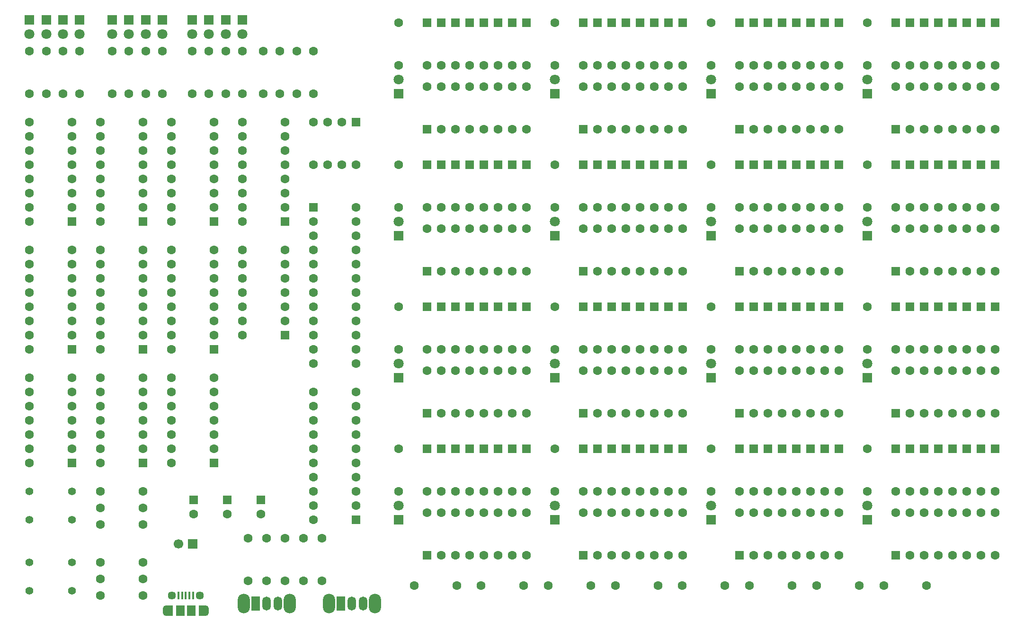
<source format=gbr>
%TF.GenerationSoftware,KiCad,Pcbnew,9.0.5*%
%TF.CreationDate,2025-10-14T21:49:14+01:00*%
%TF.ProjectId,TD4cpu,54443463-7075-42e6-9b69-6361645f7063,rev?*%
%TF.SameCoordinates,Original*%
%TF.FileFunction,Soldermask,Top*%
%TF.FilePolarity,Negative*%
%FSLAX46Y46*%
G04 Gerber Fmt 4.6, Leading zero omitted, Abs format (unit mm)*
G04 Created by KiCad (PCBNEW 9.0.5) date 2025-10-14 21:49:14*
%MOMM*%
%LPD*%
G01*
G04 APERTURE LIST*
G04 Aperture macros list*
%AMRoundRect*
0 Rectangle with rounded corners*
0 $1 Rounding radius*
0 $2 $3 $4 $5 $6 $7 $8 $9 X,Y pos of 4 corners*
0 Add a 4 corners polygon primitive as box body*
4,1,4,$2,$3,$4,$5,$6,$7,$8,$9,$2,$3,0*
0 Add four circle primitives for the rounded corners*
1,1,$1+$1,$2,$3*
1,1,$1+$1,$4,$5*
1,1,$1+$1,$6,$7*
1,1,$1+$1,$8,$9*
0 Add four rect primitives between the rounded corners*
20,1,$1+$1,$2,$3,$4,$5,0*
20,1,$1+$1,$4,$5,$6,$7,0*
20,1,$1+$1,$6,$7,$8,$9,0*
20,1,$1+$1,$8,$9,$2,$3,0*%
G04 Aperture macros list end*
%ADD10RoundRect,0.250000X-0.550000X0.550000X-0.550000X-0.550000X0.550000X-0.550000X0.550000X0.550000X0*%
%ADD11C,1.600000*%
%ADD12R,1.800000X1.800000*%
%ADD13C,1.800000*%
%ADD14O,2.200000X3.500000*%
%ADD15R,1.500000X2.500000*%
%ADD16O,1.500000X2.500000*%
%ADD17RoundRect,0.250000X0.550000X0.550000X-0.550000X0.550000X-0.550000X-0.550000X0.550000X-0.550000X0*%
%ADD18RoundRect,0.250000X0.550000X-0.550000X0.550000X0.550000X-0.550000X0.550000X-0.550000X-0.550000X0*%
%ADD19RoundRect,0.250000X-0.550000X-0.550000X0.550000X-0.550000X0.550000X0.550000X-0.550000X0.550000X0*%
%ADD20C,1.397000*%
%ADD21R,1.700000X1.700000*%
%ADD22C,1.700000*%
%ADD23R,0.400000X1.350000*%
%ADD24O,1.200000X1.900000*%
%ADD25R,1.200000X1.900000*%
%ADD26C,1.450000*%
%ADD27R,1.500000X1.900000*%
G04 APERTURE END LIST*
D10*
%TO.C,D36*%
X208280000Y-53340000D03*
D11*
X208280000Y-60960000D03*
%TD*%
D12*
%TO.C,D142*%
X175260000Y-142240000D03*
D13*
X175260000Y-139700000D03*
%TD*%
D10*
%TO.C,D126*%
X223520000Y-129540000D03*
D11*
X223520000Y-137160000D03*
%TD*%
D10*
%TO.C,D123*%
X182880000Y-129540000D03*
D11*
X182880000Y-137160000D03*
%TD*%
D14*
%TO.C,SW3*%
X91658000Y-157230000D03*
X99858000Y-157230000D03*
D15*
X93758000Y-157230000D03*
D16*
X95758000Y-157230000D03*
X97758000Y-157230000D03*
%TD*%
D10*
%TO.C,D42*%
X129540000Y-78740000D03*
D11*
X129540000Y-86360000D03*
%TD*%
D12*
%TO.C,D145*%
X203200000Y-116840000D03*
D13*
X203200000Y-114300000D03*
%TD*%
D17*
%TO.C,U13*%
X111760000Y-142240000D03*
D11*
X111760000Y-139700000D03*
X111760000Y-137160000D03*
X111760000Y-134620000D03*
X111760000Y-132080000D03*
X111760000Y-129540000D03*
X111760000Y-127000000D03*
X111760000Y-124460000D03*
X111760000Y-121920000D03*
X111760000Y-119380000D03*
X104140000Y-119380000D03*
X104140000Y-121920000D03*
X104140000Y-124460000D03*
X104140000Y-127000000D03*
X104140000Y-129540000D03*
X104140000Y-132080000D03*
X104140000Y-134620000D03*
X104140000Y-137160000D03*
X104140000Y-139700000D03*
X104140000Y-142240000D03*
%TD*%
D17*
%TO.C,U3*%
X86360000Y-132080000D03*
D11*
X86360000Y-129540000D03*
X86360000Y-127000000D03*
X86360000Y-124460000D03*
X86360000Y-121920000D03*
X86360000Y-119380000D03*
X86360000Y-116840000D03*
X78740000Y-116840000D03*
X78740000Y-119380000D03*
X78740000Y-121920000D03*
X78740000Y-124460000D03*
X78740000Y-127000000D03*
X78740000Y-129540000D03*
X78740000Y-132080000D03*
%TD*%
D17*
%TO.C,U7*%
X99060000Y-109220000D03*
D11*
X99060000Y-106680000D03*
X99060000Y-104140000D03*
X99060000Y-101600000D03*
X99060000Y-99060000D03*
X99060000Y-96520000D03*
X99060000Y-93980000D03*
X91440000Y-93980000D03*
X91440000Y-96520000D03*
X91440000Y-99060000D03*
X91440000Y-101600000D03*
X91440000Y-104140000D03*
X91440000Y-106680000D03*
X91440000Y-109220000D03*
%TD*%
D14*
%TO.C,SW4*%
X106898000Y-157230000D03*
X115098000Y-157230000D03*
D15*
X108998000Y-157230000D03*
D16*
X110998000Y-157230000D03*
X112998000Y-157230000D03*
%TD*%
D10*
%TO.C,D62*%
X223520000Y-78740000D03*
D11*
X223520000Y-86360000D03*
%TD*%
D17*
%TO.C,U10*%
X73660000Y-132080000D03*
D11*
X73660000Y-129540000D03*
X73660000Y-127000000D03*
X73660000Y-124460000D03*
X73660000Y-121920000D03*
X73660000Y-119380000D03*
X73660000Y-116840000D03*
X66040000Y-116840000D03*
X66040000Y-119380000D03*
X66040000Y-121920000D03*
X66040000Y-124460000D03*
X66040000Y-127000000D03*
X66040000Y-129540000D03*
X66040000Y-132080000D03*
%TD*%
D10*
%TO.C,D25*%
X187960000Y-53340000D03*
D11*
X187960000Y-60960000D03*
%TD*%
D10*
%TO.C,D40*%
X134620000Y-78740000D03*
D11*
X134620000Y-86360000D03*
%TD*%
%TO.C,R26*%
X194120000Y-154020000D03*
X201740000Y-154020000D03*
%TD*%
D12*
%TO.C,D141*%
X203200000Y-142240000D03*
D13*
X203200000Y-139700000D03*
%TD*%
D10*
%TO.C,D129*%
X215900000Y-129540000D03*
D11*
X215900000Y-137160000D03*
%TD*%
%TO.C,R21*%
X134120000Y-154020000D03*
X141740000Y-154020000D03*
%TD*%
%TO.C,R1*%
X66040000Y-137160000D03*
X73660000Y-137160000D03*
%TD*%
%TO.C,R4*%
X66040000Y-152860000D03*
X73660000Y-152860000D03*
%TD*%
%TO.C,R41*%
X175260000Y-104140000D03*
X175260000Y-111760000D03*
%TD*%
D10*
%TO.C,D17*%
X160020000Y-53340000D03*
D11*
X160020000Y-60960000D03*
%TD*%
D10*
%TO.C,D120*%
X190500000Y-129540000D03*
D11*
X190500000Y-137160000D03*
%TD*%
D10*
%TO.C,D108*%
X124460000Y-129540000D03*
D11*
X124460000Y-137160000D03*
%TD*%
D10*
%TO.C,D72*%
X134620000Y-104140000D03*
D11*
X134620000Y-111760000D03*
%TD*%
D10*
%TO.C,D124*%
X180340000Y-129540000D03*
D11*
X180340000Y-137160000D03*
%TD*%
D10*
%TO.C,D27*%
X182880000Y-53340000D03*
D11*
X182880000Y-60960000D03*
%TD*%
D10*
%TO.C,D60*%
X180340000Y-78740000D03*
D11*
X180340000Y-86360000D03*
%TD*%
D10*
%TO.C,D106*%
X129540000Y-129540000D03*
D11*
X129540000Y-137160000D03*
%TD*%
D10*
%TO.C,D75*%
X127000000Y-104140000D03*
D11*
X127000000Y-111760000D03*
%TD*%
D12*
%TO.C,D4*%
X82440000Y-52880000D03*
D13*
X82440000Y-55420000D03*
%TD*%
D10*
%TO.C,D45*%
X170180000Y-78740000D03*
D11*
X170180000Y-86360000D03*
%TD*%
D18*
%TO.C,SW18*%
X124460000Y-148590000D03*
D11*
X127000000Y-148590000D03*
X129540000Y-148590000D03*
X132080000Y-148590000D03*
X134620000Y-148590000D03*
X137160000Y-148590000D03*
X139700000Y-148590000D03*
X142240000Y-148590000D03*
X142240000Y-140970000D03*
X139700000Y-140970000D03*
X137160000Y-140970000D03*
X134620000Y-140970000D03*
X132080000Y-140970000D03*
X129540000Y-140970000D03*
X127000000Y-140970000D03*
X124460000Y-140970000D03*
%TD*%
D10*
%TO.C,D71*%
X137160000Y-104140000D03*
D11*
X137160000Y-111760000D03*
%TD*%
D10*
%TO.C,D31*%
X220980000Y-53340000D03*
D11*
X220980000Y-60960000D03*
%TD*%
D10*
%TO.C,D119*%
X193040000Y-129540000D03*
D11*
X193040000Y-137160000D03*
%TD*%
D10*
%TO.C,D46*%
X167640000Y-78740000D03*
D11*
X167640000Y-86360000D03*
%TD*%
D18*
%TO.C,SW14*%
X124460000Y-123190000D03*
D11*
X127000000Y-123190000D03*
X129540000Y-123190000D03*
X132080000Y-123190000D03*
X134620000Y-123190000D03*
X137160000Y-123190000D03*
X139700000Y-123190000D03*
X142240000Y-123190000D03*
X142240000Y-115570000D03*
X139700000Y-115570000D03*
X137160000Y-115570000D03*
X134620000Y-115570000D03*
X132080000Y-115570000D03*
X129540000Y-115570000D03*
X127000000Y-115570000D03*
X124460000Y-115570000D03*
%TD*%
%TO.C,R47*%
X119380000Y-78740000D03*
X119380000Y-86360000D03*
%TD*%
%TO.C,R24*%
X170120000Y-154020000D03*
X177740000Y-154020000D03*
%TD*%
D10*
%TO.C,D86*%
X195580000Y-104140000D03*
D11*
X195580000Y-111760000D03*
%TD*%
D10*
%TO.C,D117*%
X198120000Y-129540000D03*
D11*
X198120000Y-137160000D03*
%TD*%
D17*
%TO.C,U2*%
X86360000Y-88900000D03*
D11*
X86360000Y-86360000D03*
X86360000Y-83820000D03*
X86360000Y-81280000D03*
X86360000Y-78740000D03*
X86360000Y-76200000D03*
X86360000Y-73660000D03*
X86360000Y-71120000D03*
X78740000Y-71120000D03*
X78740000Y-73660000D03*
X78740000Y-76200000D03*
X78740000Y-78740000D03*
X78740000Y-81280000D03*
X78740000Y-83820000D03*
X78740000Y-86360000D03*
X78740000Y-88900000D03*
%TD*%
D10*
%TO.C,D121*%
X187960000Y-129540000D03*
D11*
X187960000Y-137160000D03*
%TD*%
D10*
%TO.C,D114*%
X157480000Y-129540000D03*
D11*
X157480000Y-137160000D03*
%TD*%
D10*
%TO.C,D128*%
X218440000Y-129540000D03*
D11*
X218440000Y-137160000D03*
%TD*%
D10*
%TO.C,D113*%
X160020000Y-129540000D03*
D11*
X160020000Y-137160000D03*
%TD*%
D10*
%TO.C,D97*%
X215900000Y-104140000D03*
D11*
X215900000Y-111760000D03*
%TD*%
D10*
%TO.C,D61*%
X226060000Y-78740000D03*
D11*
X226060000Y-86360000D03*
%TD*%
D10*
%TO.C,D8*%
X134620000Y-53340000D03*
D11*
X134620000Y-60960000D03*
%TD*%
D12*
%TO.C,D133*%
X53340000Y-52880000D03*
D13*
X53340000Y-55420000D03*
%TD*%
D10*
%TO.C,D11*%
X127000000Y-53340000D03*
D11*
X127000000Y-60960000D03*
%TD*%
%TO.C,R20*%
X122120000Y-154020000D03*
X129740000Y-154020000D03*
%TD*%
D10*
%TO.C,D96*%
X218440000Y-104140000D03*
D11*
X218440000Y-111760000D03*
%TD*%
D10*
%TO.C,D57*%
X187960000Y-78740000D03*
D11*
X187960000Y-86360000D03*
%TD*%
%TO.C,R19*%
X104140000Y-66040000D03*
X104140000Y-58420000D03*
%TD*%
D18*
%TO.C,SW20*%
X180340000Y-148590000D03*
D11*
X182880000Y-148590000D03*
X185420000Y-148590000D03*
X187960000Y-148590000D03*
X190500000Y-148590000D03*
X193040000Y-148590000D03*
X195580000Y-148590000D03*
X198120000Y-148590000D03*
X198120000Y-140970000D03*
X195580000Y-140970000D03*
X193040000Y-140970000D03*
X190500000Y-140970000D03*
X187960000Y-140970000D03*
X185420000Y-140970000D03*
X182880000Y-140970000D03*
X180340000Y-140970000D03*
%TD*%
D12*
%TO.C,D147*%
X147320000Y-116840000D03*
D13*
X147320000Y-114300000D03*
%TD*%
D12*
%TO.C,D2*%
X88440000Y-52880000D03*
D13*
X88440000Y-55420000D03*
%TD*%
D18*
%TO.C,SW6*%
X124460000Y-72390000D03*
D11*
X127000000Y-72390000D03*
X129540000Y-72390000D03*
X132080000Y-72390000D03*
X134620000Y-72390000D03*
X137160000Y-72390000D03*
X139700000Y-72390000D03*
X142240000Y-72390000D03*
X142240000Y-64770000D03*
X139700000Y-64770000D03*
X137160000Y-64770000D03*
X134620000Y-64770000D03*
X132080000Y-64770000D03*
X129540000Y-64770000D03*
X127000000Y-64770000D03*
X124460000Y-64770000D03*
%TD*%
D10*
%TO.C,D56*%
X190500000Y-78740000D03*
D11*
X190500000Y-86360000D03*
%TD*%
%TO.C,R35*%
X77120000Y-66040000D03*
X77120000Y-58420000D03*
%TD*%
D19*
%TO.C,U12*%
X104140000Y-86360000D03*
D11*
X104140000Y-88900000D03*
X104140000Y-91440000D03*
X104140000Y-93980000D03*
X104140000Y-96520000D03*
X104140000Y-99060000D03*
X104140000Y-101600000D03*
X104140000Y-104140000D03*
X104140000Y-106680000D03*
X104140000Y-109220000D03*
X104140000Y-111760000D03*
X104140000Y-114300000D03*
X111760000Y-114300000D03*
X111760000Y-111760000D03*
X111760000Y-109220000D03*
X111760000Y-106680000D03*
X111760000Y-104140000D03*
X111760000Y-101600000D03*
X111760000Y-99060000D03*
X111760000Y-96520000D03*
X111760000Y-93980000D03*
X111760000Y-91440000D03*
X111760000Y-88900000D03*
X111760000Y-86360000D03*
%TD*%
D10*
%TO.C,D122*%
X185420000Y-129540000D03*
D11*
X185420000Y-137160000D03*
%TD*%
D10*
%TO.C,D102*%
X139700000Y-129540000D03*
D11*
X139700000Y-137160000D03*
%TD*%
%TO.C,R14*%
X88440000Y-66040000D03*
X88440000Y-58420000D03*
%TD*%
D10*
%TO.C,D55*%
X193040000Y-78740000D03*
D11*
X193040000Y-86360000D03*
%TD*%
D12*
%TO.C,D151*%
X147320000Y-91440000D03*
D13*
X147320000Y-88900000D03*
%TD*%
D18*
%TO.C,SW17*%
X208280000Y-123190000D03*
D11*
X210820000Y-123190000D03*
X213360000Y-123190000D03*
X215900000Y-123190000D03*
X218440000Y-123190000D03*
X220980000Y-123190000D03*
X223520000Y-123190000D03*
X226060000Y-123190000D03*
X226060000Y-115570000D03*
X223520000Y-115570000D03*
X220980000Y-115570000D03*
X218440000Y-115570000D03*
X215900000Y-115570000D03*
X213360000Y-115570000D03*
X210820000Y-115570000D03*
X208280000Y-115570000D03*
%TD*%
D10*
%TO.C,D132*%
X208280000Y-129540000D03*
D11*
X208280000Y-137160000D03*
%TD*%
D10*
%TO.C,D20*%
X152400000Y-53340000D03*
D11*
X152400000Y-60960000D03*
%TD*%
D10*
%TO.C,D99*%
X210820000Y-104140000D03*
D11*
X210820000Y-111760000D03*
%TD*%
D10*
%TO.C,D5*%
X142240000Y-53340000D03*
D11*
X142240000Y-60960000D03*
%TD*%
D12*
%TO.C,D143*%
X147320000Y-142240000D03*
D13*
X147320000Y-139700000D03*
%TD*%
D10*
%TO.C,D66*%
X213360000Y-78740000D03*
D11*
X213360000Y-86360000D03*
%TD*%
%TO.C,R42*%
X147320000Y-104140000D03*
X147320000Y-111760000D03*
%TD*%
D10*
%TO.C,D101*%
X142240000Y-129540000D03*
D11*
X142240000Y-137160000D03*
%TD*%
D17*
%TO.C,U8*%
X60960000Y-111760000D03*
D11*
X60960000Y-109220000D03*
X60960000Y-106680000D03*
X60960000Y-104140000D03*
X60960000Y-101600000D03*
X60960000Y-99060000D03*
X60960000Y-96520000D03*
X60960000Y-93980000D03*
X53340000Y-93980000D03*
X53340000Y-96520000D03*
X53340000Y-99060000D03*
X53340000Y-101600000D03*
X53340000Y-104140000D03*
X53340000Y-106680000D03*
X53340000Y-109220000D03*
X53340000Y-111760000D03*
%TD*%
D18*
%TO.C,SW11*%
X152400000Y-97790000D03*
D11*
X154940000Y-97790000D03*
X157480000Y-97790000D03*
X160020000Y-97790000D03*
X162560000Y-97790000D03*
X165100000Y-97790000D03*
X167640000Y-97790000D03*
X170180000Y-97790000D03*
X170180000Y-90170000D03*
X167640000Y-90170000D03*
X165100000Y-90170000D03*
X162560000Y-90170000D03*
X160020000Y-90170000D03*
X157480000Y-90170000D03*
X154940000Y-90170000D03*
X152400000Y-90170000D03*
%TD*%
D20*
%TO.C,SW2*%
X53340000Y-149860000D03*
X60960000Y-149860000D03*
X53340000Y-154940000D03*
X60960000Y-154940000D03*
%TD*%
D17*
%TO.C,U5*%
X99060000Y-88900000D03*
D11*
X99060000Y-86360000D03*
X99060000Y-83820000D03*
X99060000Y-81280000D03*
X99060000Y-78740000D03*
X99060000Y-76200000D03*
X99060000Y-73660000D03*
X99060000Y-71120000D03*
X91440000Y-71120000D03*
X91440000Y-73660000D03*
X91440000Y-76200000D03*
X91440000Y-78740000D03*
X91440000Y-81280000D03*
X91440000Y-83820000D03*
X91440000Y-86360000D03*
X91440000Y-88900000D03*
%TD*%
D10*
%TO.C,D131*%
X210820000Y-129540000D03*
D11*
X210820000Y-137160000D03*
%TD*%
%TO.C,R43*%
X119380000Y-104140000D03*
X119380000Y-111760000D03*
%TD*%
D18*
%TO.C,SW15*%
X152400000Y-123190000D03*
D11*
X154940000Y-123190000D03*
X157480000Y-123190000D03*
X160020000Y-123190000D03*
X162560000Y-123190000D03*
X165100000Y-123190000D03*
X167640000Y-123190000D03*
X170180000Y-123190000D03*
X170180000Y-115570000D03*
X167640000Y-115570000D03*
X165100000Y-115570000D03*
X162560000Y-115570000D03*
X160020000Y-115570000D03*
X157480000Y-115570000D03*
X154940000Y-115570000D03*
X152400000Y-115570000D03*
%TD*%
%TO.C,R33*%
X71120000Y-66040000D03*
X71120000Y-58420000D03*
%TD*%
D12*
%TO.C,D136*%
X62340000Y-52880000D03*
D13*
X62340000Y-55420000D03*
%TD*%
D12*
%TO.C,D153*%
X203200000Y-66040000D03*
D13*
X203200000Y-63500000D03*
%TD*%
D10*
%TO.C,D24*%
X190500000Y-53340000D03*
D11*
X190500000Y-60960000D03*
%TD*%
D18*
%TO.C,SW9*%
X208280000Y-72390000D03*
D11*
X210820000Y-72390000D03*
X213360000Y-72390000D03*
X215900000Y-72390000D03*
X218440000Y-72390000D03*
X220980000Y-72390000D03*
X223520000Y-72390000D03*
X226060000Y-72390000D03*
X226060000Y-64770000D03*
X223520000Y-64770000D03*
X220980000Y-64770000D03*
X218440000Y-64770000D03*
X215900000Y-64770000D03*
X213360000Y-64770000D03*
X210820000Y-64770000D03*
X208280000Y-64770000D03*
%TD*%
%TO.C,R8*%
X99060000Y-153162000D03*
X99060000Y-145542000D03*
%TD*%
D18*
%TO.C,SW16*%
X180340000Y-123190000D03*
D11*
X182880000Y-123190000D03*
X185420000Y-123190000D03*
X187960000Y-123190000D03*
X190500000Y-123190000D03*
X193040000Y-123190000D03*
X195580000Y-123190000D03*
X198120000Y-123190000D03*
X198120000Y-115570000D03*
X195580000Y-115570000D03*
X193040000Y-115570000D03*
X190500000Y-115570000D03*
X187960000Y-115570000D03*
X185420000Y-115570000D03*
X182880000Y-115570000D03*
X180340000Y-115570000D03*
%TD*%
D10*
%TO.C,D70*%
X139700000Y-104140000D03*
D11*
X139700000Y-111760000D03*
%TD*%
D10*
%TO.C,D95*%
X220980000Y-104140000D03*
D11*
X220980000Y-111760000D03*
%TD*%
%TO.C,R17*%
X98140000Y-66040000D03*
X98140000Y-58420000D03*
%TD*%
%TO.C,R12*%
X82440000Y-66040000D03*
X82440000Y-58420000D03*
%TD*%
D10*
%TO.C,C2*%
X82742000Y-138748888D03*
D11*
X82742000Y-141248888D03*
%TD*%
D21*
%TO.C,J2*%
X82555000Y-146558000D03*
D22*
X80015000Y-146558000D03*
%TD*%
D10*
%TO.C,D98*%
X213360000Y-104140000D03*
D11*
X213360000Y-111760000D03*
%TD*%
D12*
%TO.C,D138*%
X71120000Y-52880000D03*
D13*
X71120000Y-55420000D03*
%TD*%
D10*
%TO.C,D6*%
X139700000Y-53340000D03*
D11*
X139700000Y-60960000D03*
%TD*%
D10*
%TO.C,D44*%
X124460000Y-78740000D03*
D11*
X124460000Y-86360000D03*
%TD*%
D17*
%TO.C,U4*%
X73660000Y-88900000D03*
D11*
X73660000Y-86360000D03*
X73660000Y-83820000D03*
X73660000Y-81280000D03*
X73660000Y-78740000D03*
X73660000Y-76200000D03*
X73660000Y-73660000D03*
X73660000Y-71120000D03*
X66040000Y-71120000D03*
X66040000Y-73660000D03*
X66040000Y-76200000D03*
X66040000Y-78740000D03*
X66040000Y-81280000D03*
X66040000Y-83820000D03*
X66040000Y-86360000D03*
X66040000Y-88900000D03*
%TD*%
D10*
%TO.C,D104*%
X134620000Y-129540000D03*
D11*
X134620000Y-137160000D03*
%TD*%
%TO.C,R15*%
X91440000Y-66040000D03*
X91440000Y-58420000D03*
%TD*%
D10*
%TO.C,D63*%
X220980000Y-78740000D03*
D11*
X220980000Y-86360000D03*
%TD*%
D10*
%TO.C,D34*%
X213360000Y-53340000D03*
D11*
X213360000Y-60960000D03*
%TD*%
D12*
%TO.C,D3*%
X85440000Y-52880000D03*
D13*
X85440000Y-55420000D03*
%TD*%
D10*
%TO.C,D52*%
X152400000Y-78740000D03*
D11*
X152400000Y-86360000D03*
%TD*%
D10*
%TO.C,D67*%
X210820000Y-78740000D03*
D11*
X210820000Y-86360000D03*
%TD*%
D12*
%TO.C,D137*%
X68120000Y-52880000D03*
D13*
X68120000Y-55420000D03*
%TD*%
D18*
%TO.C,SW7*%
X152400000Y-72390000D03*
D11*
X154940000Y-72390000D03*
X157480000Y-72390000D03*
X160020000Y-72390000D03*
X162560000Y-72390000D03*
X165100000Y-72390000D03*
X167640000Y-72390000D03*
X170180000Y-72390000D03*
X170180000Y-64770000D03*
X167640000Y-64770000D03*
X165100000Y-64770000D03*
X162560000Y-64770000D03*
X160020000Y-64770000D03*
X157480000Y-64770000D03*
X154940000Y-64770000D03*
X152400000Y-64770000D03*
%TD*%
D10*
%TO.C,D18*%
X157480000Y-53340000D03*
D11*
X157480000Y-60960000D03*
%TD*%
D10*
%TO.C,D33*%
X215900000Y-53340000D03*
D11*
X215900000Y-60960000D03*
%TD*%
D10*
%TO.C,D85*%
X198120000Y-104140000D03*
D11*
X198120000Y-111760000D03*
%TD*%
D12*
%TO.C,D140*%
X77120000Y-52880000D03*
D13*
X77120000Y-55420000D03*
%TD*%
D10*
%TO.C,D48*%
X162560000Y-78740000D03*
D11*
X162560000Y-86360000D03*
%TD*%
D10*
%TO.C,D21*%
X198120000Y-53340000D03*
D11*
X198120000Y-60960000D03*
%TD*%
D10*
%TO.C,D115*%
X154940000Y-129540000D03*
D11*
X154940000Y-137160000D03*
%TD*%
D10*
%TO.C,D127*%
X220980000Y-129540000D03*
D11*
X220980000Y-137160000D03*
%TD*%
%TO.C,R50*%
X147320000Y-53340000D03*
X147320000Y-60960000D03*
%TD*%
%TO.C,R25*%
X182120000Y-154020000D03*
X189740000Y-154020000D03*
%TD*%
D18*
%TO.C,SW8*%
X180340000Y-72390000D03*
D11*
X182880000Y-72390000D03*
X185420000Y-72390000D03*
X187960000Y-72390000D03*
X190500000Y-72390000D03*
X193040000Y-72390000D03*
X195580000Y-72390000D03*
X198120000Y-72390000D03*
X198120000Y-64770000D03*
X195580000Y-64770000D03*
X193040000Y-64770000D03*
X190500000Y-64770000D03*
X187960000Y-64770000D03*
X185420000Y-64770000D03*
X182880000Y-64770000D03*
X180340000Y-64770000D03*
%TD*%
D10*
%TO.C,D81*%
X160020000Y-104140000D03*
D11*
X160020000Y-111760000D03*
%TD*%
D10*
%TO.C,D10*%
X129540000Y-53340000D03*
D11*
X129540000Y-60960000D03*
%TD*%
D17*
%TO.C,U11*%
X86360000Y-111760000D03*
D11*
X86360000Y-109220000D03*
X86360000Y-106680000D03*
X86360000Y-104140000D03*
X86360000Y-101600000D03*
X86360000Y-99060000D03*
X86360000Y-96520000D03*
X86360000Y-93980000D03*
X78740000Y-93980000D03*
X78740000Y-96520000D03*
X78740000Y-99060000D03*
X78740000Y-101600000D03*
X78740000Y-104140000D03*
X78740000Y-106680000D03*
X78740000Y-109220000D03*
X78740000Y-111760000D03*
%TD*%
%TO.C,R36*%
X203200000Y-129540000D03*
X203200000Y-137160000D03*
%TD*%
D10*
%TO.C,D39*%
X137160000Y-78740000D03*
D11*
X137160000Y-86360000D03*
%TD*%
D10*
%TO.C,D116*%
X152400000Y-129540000D03*
D11*
X152400000Y-137160000D03*
%TD*%
D10*
%TO.C,D58*%
X185420000Y-78740000D03*
D11*
X185420000Y-86360000D03*
%TD*%
D10*
%TO.C,D15*%
X165100000Y-53340000D03*
D11*
X165100000Y-60960000D03*
%TD*%
D10*
%TO.C,D38*%
X139700000Y-78740000D03*
D11*
X139700000Y-86360000D03*
%TD*%
D10*
%TO.C,D53*%
X198120000Y-78740000D03*
D11*
X198120000Y-86360000D03*
%TD*%
D10*
%TO.C,D37*%
X142240000Y-78740000D03*
D11*
X142240000Y-86360000D03*
%TD*%
D10*
%TO.C,D47*%
X165100000Y-78740000D03*
D11*
X165100000Y-86360000D03*
%TD*%
D10*
%TO.C,D82*%
X157480000Y-104140000D03*
D11*
X157480000Y-111760000D03*
%TD*%
%TO.C,R6*%
X95758000Y-153162000D03*
X95758000Y-145542000D03*
%TD*%
D10*
%TO.C,D16*%
X162560000Y-53340000D03*
D11*
X162560000Y-60960000D03*
%TD*%
D10*
%TO.C,D68*%
X208280000Y-78740000D03*
D11*
X208280000Y-86360000D03*
%TD*%
D10*
%TO.C,D93*%
X226060000Y-104140000D03*
D11*
X226060000Y-111760000D03*
%TD*%
D12*
%TO.C,D156*%
X119380000Y-66040000D03*
D13*
X119380000Y-63500000D03*
%TD*%
D10*
%TO.C,D35*%
X210820000Y-53340000D03*
D11*
X210820000Y-60960000D03*
%TD*%
D12*
%TO.C,D154*%
X175260000Y-66040000D03*
D13*
X175260000Y-63500000D03*
%TD*%
D11*
%TO.C,R49*%
X175260000Y-53340000D03*
X175260000Y-60960000D03*
%TD*%
D10*
%TO.C,D87*%
X193040000Y-104140000D03*
D11*
X193040000Y-111760000D03*
%TD*%
D10*
%TO.C,C3*%
X94742000Y-138748888D03*
D11*
X94742000Y-141248888D03*
%TD*%
%TO.C,R3*%
X66040000Y-140160000D03*
X73660000Y-140160000D03*
%TD*%
D10*
%TO.C,D51*%
X154940000Y-78740000D03*
D11*
X154940000Y-86360000D03*
%TD*%
D10*
%TO.C,D14*%
X167640000Y-53340000D03*
D11*
X167640000Y-60960000D03*
%TD*%
D10*
%TO.C,D79*%
X165100000Y-104140000D03*
D11*
X165100000Y-111760000D03*
%TD*%
%TO.C,R5*%
X66040000Y-143160000D03*
X73660000Y-143160000D03*
%TD*%
D10*
%TO.C,D12*%
X124460000Y-53340000D03*
D11*
X124460000Y-60960000D03*
%TD*%
%TO.C,R16*%
X95140000Y-66040000D03*
X95140000Y-58420000D03*
%TD*%
D10*
%TO.C,D13*%
X170180000Y-53340000D03*
D11*
X170180000Y-60960000D03*
%TD*%
D10*
%TO.C,D64*%
X218440000Y-78740000D03*
D11*
X218440000Y-86360000D03*
%TD*%
D10*
%TO.C,D76*%
X124460000Y-104140000D03*
D11*
X124460000Y-111760000D03*
%TD*%
D10*
%TO.C,D69*%
X142240000Y-104140000D03*
D11*
X142240000Y-111760000D03*
%TD*%
D12*
%TO.C,D1*%
X91440000Y-52880000D03*
D13*
X91440000Y-55420000D03*
%TD*%
D12*
%TO.C,D155*%
X147320000Y-66040000D03*
D13*
X147320000Y-63500000D03*
%TD*%
D10*
%TO.C,D78*%
X167640000Y-104140000D03*
D11*
X167640000Y-111760000D03*
%TD*%
D10*
%TO.C,D130*%
X213360000Y-129540000D03*
D11*
X213360000Y-137160000D03*
%TD*%
D12*
%TO.C,D149*%
X203200000Y-91440000D03*
D13*
X203200000Y-88900000D03*
%TD*%
D10*
%TO.C,D80*%
X162560000Y-104140000D03*
D11*
X162560000Y-111760000D03*
%TD*%
D12*
%TO.C,D144*%
X119380000Y-142240000D03*
D13*
X119380000Y-139700000D03*
%TD*%
D10*
%TO.C,C1*%
X88742000Y-138748888D03*
D11*
X88742000Y-141248888D03*
%TD*%
D10*
%TO.C,D94*%
X223520000Y-104140000D03*
D11*
X223520000Y-111760000D03*
%TD*%
%TO.C,R28*%
X53340000Y-66040000D03*
X53340000Y-58420000D03*
%TD*%
%TO.C,R11*%
X105664000Y-145542000D03*
X105664000Y-153162000D03*
%TD*%
%TO.C,R9*%
X92456000Y-153162000D03*
X92456000Y-145542000D03*
%TD*%
%TO.C,R30*%
X59340000Y-66040000D03*
X59340000Y-58420000D03*
%TD*%
D18*
%TO.C,SW13*%
X208280000Y-97790000D03*
D11*
X210820000Y-97790000D03*
X213360000Y-97790000D03*
X215900000Y-97790000D03*
X218440000Y-97790000D03*
X220980000Y-97790000D03*
X223520000Y-97790000D03*
X226060000Y-97790000D03*
X226060000Y-90170000D03*
X223520000Y-90170000D03*
X220980000Y-90170000D03*
X218440000Y-90170000D03*
X215900000Y-90170000D03*
X213360000Y-90170000D03*
X210820000Y-90170000D03*
X208280000Y-90170000D03*
%TD*%
D18*
%TO.C,SW21*%
X208280000Y-148590000D03*
D11*
X210820000Y-148590000D03*
X213360000Y-148590000D03*
X215900000Y-148590000D03*
X218440000Y-148590000D03*
X220980000Y-148590000D03*
X223520000Y-148590000D03*
X226060000Y-148590000D03*
X226060000Y-140970000D03*
X223520000Y-140970000D03*
X220980000Y-140970000D03*
X218440000Y-140970000D03*
X215900000Y-140970000D03*
X213360000Y-140970000D03*
X210820000Y-140970000D03*
X208280000Y-140970000D03*
%TD*%
%TO.C,R10*%
X102362000Y-145542000D03*
X102362000Y-153162000D03*
%TD*%
D10*
%TO.C,D89*%
X187960000Y-104140000D03*
D11*
X187960000Y-111760000D03*
%TD*%
%TO.C,R2*%
X66040000Y-155860000D03*
X73660000Y-155860000D03*
%TD*%
%TO.C,R46*%
X147320000Y-78740000D03*
X147320000Y-86360000D03*
%TD*%
%TO.C,R34*%
X74120000Y-66040000D03*
X74120000Y-58420000D03*
%TD*%
D10*
%TO.C,D103*%
X137160000Y-129540000D03*
D11*
X137160000Y-137160000D03*
%TD*%
D17*
%TO.C,U9*%
X73660000Y-111760000D03*
D11*
X73660000Y-109220000D03*
X73660000Y-106680000D03*
X73660000Y-104140000D03*
X73660000Y-101600000D03*
X73660000Y-99060000D03*
X73660000Y-96520000D03*
X73660000Y-93980000D03*
X66040000Y-93980000D03*
X66040000Y-96520000D03*
X66040000Y-99060000D03*
X66040000Y-101600000D03*
X66040000Y-104140000D03*
X66040000Y-106680000D03*
X66040000Y-109220000D03*
X66040000Y-111760000D03*
%TD*%
%TO.C,R51*%
X119380000Y-53340000D03*
X119380000Y-60960000D03*
%TD*%
D17*
%TO.C,U1*%
X60960000Y-88900000D03*
D11*
X60960000Y-86360000D03*
X60960000Y-83820000D03*
X60960000Y-81280000D03*
X60960000Y-78740000D03*
X60960000Y-76200000D03*
X60960000Y-73660000D03*
X60960000Y-71120000D03*
X53340000Y-71120000D03*
X53340000Y-73660000D03*
X53340000Y-76200000D03*
X53340000Y-78740000D03*
X53340000Y-81280000D03*
X53340000Y-83820000D03*
X53340000Y-86360000D03*
X53340000Y-88900000D03*
%TD*%
D10*
%TO.C,D107*%
X127000000Y-129540000D03*
D11*
X127000000Y-137160000D03*
%TD*%
D10*
%TO.C,D7*%
X137160000Y-53340000D03*
D11*
X137160000Y-60960000D03*
%TD*%
D10*
%TO.C,D22*%
X195580000Y-53340000D03*
D11*
X195580000Y-60960000D03*
%TD*%
D10*
%TO.C,D110*%
X167640000Y-129540000D03*
D11*
X167640000Y-137160000D03*
%TD*%
%TO.C,R38*%
X147320000Y-129540000D03*
X147320000Y-137160000D03*
%TD*%
D10*
%TO.C,D41*%
X132080000Y-78740000D03*
D11*
X132080000Y-86360000D03*
%TD*%
%TO.C,R39*%
X119380000Y-129540000D03*
X119380000Y-137160000D03*
%TD*%
D17*
%TO.C,U6*%
X60960000Y-132080000D03*
D11*
X60960000Y-129540000D03*
X60960000Y-127000000D03*
X60960000Y-124460000D03*
X60960000Y-121920000D03*
X60960000Y-119380000D03*
X60960000Y-116840000D03*
X53340000Y-116840000D03*
X53340000Y-119380000D03*
X53340000Y-121920000D03*
X53340000Y-124460000D03*
X53340000Y-127000000D03*
X53340000Y-129540000D03*
X53340000Y-132080000D03*
%TD*%
D10*
%TO.C,D29*%
X226060000Y-53340000D03*
D11*
X226060000Y-60960000D03*
%TD*%
D18*
%TO.C,SW19*%
X152400000Y-148590000D03*
D11*
X154940000Y-148590000D03*
X157480000Y-148590000D03*
X160020000Y-148590000D03*
X162560000Y-148590000D03*
X165100000Y-148590000D03*
X167640000Y-148590000D03*
X170180000Y-148590000D03*
X170180000Y-140970000D03*
X167640000Y-140970000D03*
X165100000Y-140970000D03*
X162560000Y-140970000D03*
X160020000Y-140970000D03*
X157480000Y-140970000D03*
X154940000Y-140970000D03*
X152400000Y-140970000D03*
%TD*%
D12*
%TO.C,D150*%
X175260000Y-91440000D03*
D13*
X175260000Y-88900000D03*
%TD*%
D20*
%TO.C,SW1*%
X53340000Y-137160000D03*
X60960000Y-137160000D03*
X53340000Y-142240000D03*
X60960000Y-142240000D03*
%TD*%
D10*
%TO.C,D77*%
X170180000Y-104140000D03*
D11*
X170180000Y-111760000D03*
%TD*%
D10*
%TO.C,SW5*%
X111760000Y-71120000D03*
D11*
X109220000Y-71120000D03*
X106680000Y-71120000D03*
X104140000Y-71120000D03*
X104140000Y-78740000D03*
X106680000Y-78740000D03*
X109220000Y-78740000D03*
X111760000Y-78740000D03*
%TD*%
%TO.C,R32*%
X68120000Y-66040000D03*
X68120000Y-58420000D03*
%TD*%
%TO.C,R13*%
X85440000Y-66040000D03*
X85440000Y-58420000D03*
%TD*%
D10*
%TO.C,D26*%
X185420000Y-53340000D03*
D11*
X185420000Y-60960000D03*
%TD*%
D10*
%TO.C,D91*%
X182880000Y-104140000D03*
D11*
X182880000Y-111760000D03*
%TD*%
D10*
%TO.C,D43*%
X127000000Y-78740000D03*
D11*
X127000000Y-86360000D03*
%TD*%
%TO.C,R44*%
X203200000Y-78740000D03*
X203200000Y-86360000D03*
%TD*%
D10*
%TO.C,D109*%
X170180000Y-129540000D03*
D11*
X170180000Y-137160000D03*
%TD*%
D10*
%TO.C,D90*%
X185420000Y-104140000D03*
D11*
X185420000Y-111760000D03*
%TD*%
D12*
%TO.C,D134*%
X56340000Y-52880000D03*
D13*
X56340000Y-55420000D03*
%TD*%
D18*
%TO.C,SW10*%
X124460000Y-97790000D03*
D11*
X127000000Y-97790000D03*
X129540000Y-97790000D03*
X132080000Y-97790000D03*
X134620000Y-97790000D03*
X137160000Y-97790000D03*
X139700000Y-97790000D03*
X142240000Y-97790000D03*
X142240000Y-90170000D03*
X139700000Y-90170000D03*
X137160000Y-90170000D03*
X134620000Y-90170000D03*
X132080000Y-90170000D03*
X129540000Y-90170000D03*
X127000000Y-90170000D03*
X124460000Y-90170000D03*
%TD*%
D10*
%TO.C,D9*%
X132080000Y-53340000D03*
D11*
X132080000Y-60960000D03*
%TD*%
D10*
%TO.C,D30*%
X223520000Y-53340000D03*
D11*
X223520000Y-60960000D03*
%TD*%
D10*
%TO.C,D100*%
X208280000Y-104140000D03*
D11*
X208280000Y-111760000D03*
%TD*%
D10*
%TO.C,D88*%
X190500000Y-104140000D03*
D11*
X190500000Y-111760000D03*
%TD*%
D10*
%TO.C,D83*%
X154940000Y-104140000D03*
D11*
X154940000Y-111760000D03*
%TD*%
%TO.C,R18*%
X101140000Y-66040000D03*
X101140000Y-58420000D03*
%TD*%
D12*
%TO.C,D139*%
X74120000Y-52880000D03*
D13*
X74120000Y-55420000D03*
%TD*%
D11*
%TO.C,R40*%
X203200000Y-104140000D03*
X203200000Y-111760000D03*
%TD*%
D10*
%TO.C,D23*%
X193040000Y-53340000D03*
D11*
X193040000Y-60960000D03*
%TD*%
%TO.C,R7*%
X66040000Y-149860000D03*
X73660000Y-149860000D03*
%TD*%
D10*
%TO.C,D118*%
X195580000Y-129540000D03*
D11*
X195580000Y-137160000D03*
%TD*%
D12*
%TO.C,D152*%
X119380000Y-91440000D03*
D13*
X119380000Y-88900000D03*
%TD*%
D10*
%TO.C,D73*%
X132080000Y-104140000D03*
D11*
X132080000Y-111760000D03*
%TD*%
%TO.C,R27*%
X206120000Y-154020000D03*
X213740000Y-154020000D03*
%TD*%
D10*
%TO.C,D49*%
X160020000Y-78740000D03*
D11*
X160020000Y-86360000D03*
%TD*%
%TO.C,R37*%
X175260000Y-129540000D03*
X175260000Y-137160000D03*
%TD*%
D10*
%TO.C,D125*%
X226060000Y-129540000D03*
D11*
X226060000Y-137160000D03*
%TD*%
D10*
%TO.C,D74*%
X129540000Y-104140000D03*
D11*
X129540000Y-111760000D03*
%TD*%
D18*
%TO.C,SW12*%
X180340000Y-97790000D03*
D11*
X182880000Y-97790000D03*
X185420000Y-97790000D03*
X187960000Y-97790000D03*
X190500000Y-97790000D03*
X193040000Y-97790000D03*
X195580000Y-97790000D03*
X198120000Y-97790000D03*
X198120000Y-90170000D03*
X195580000Y-90170000D03*
X193040000Y-90170000D03*
X190500000Y-90170000D03*
X187960000Y-90170000D03*
X185420000Y-90170000D03*
X182880000Y-90170000D03*
X180340000Y-90170000D03*
%TD*%
D10*
%TO.C,D50*%
X157480000Y-78740000D03*
D11*
X157480000Y-86360000D03*
%TD*%
D10*
%TO.C,D111*%
X165100000Y-129540000D03*
D11*
X165100000Y-137160000D03*
%TD*%
%TO.C,R45*%
X175260000Y-78740000D03*
X175260000Y-86360000D03*
%TD*%
D10*
%TO.C,D32*%
X218440000Y-53340000D03*
D11*
X218440000Y-60960000D03*
%TD*%
D10*
%TO.C,D19*%
X154940000Y-53340000D03*
D11*
X154940000Y-60960000D03*
%TD*%
D10*
%TO.C,D84*%
X152400000Y-104140000D03*
D11*
X152400000Y-111760000D03*
%TD*%
%TO.C,R48*%
X203200000Y-53340000D03*
X203200000Y-60960000D03*
%TD*%
D10*
%TO.C,D28*%
X180340000Y-53340000D03*
D11*
X180340000Y-60960000D03*
%TD*%
D10*
%TO.C,D92*%
X180340000Y-104140000D03*
D11*
X180340000Y-111760000D03*
%TD*%
D12*
%TO.C,D146*%
X175260000Y-116840000D03*
D13*
X175260000Y-114300000D03*
%TD*%
D10*
%TO.C,D59*%
X182880000Y-78740000D03*
D11*
X182880000Y-86360000D03*
%TD*%
D12*
%TO.C,D148*%
X119380000Y-116840000D03*
D13*
X119380000Y-114300000D03*
%TD*%
D10*
%TO.C,D65*%
X215900000Y-78740000D03*
D11*
X215900000Y-86360000D03*
%TD*%
D10*
%TO.C,D105*%
X132080000Y-129540000D03*
D11*
X132080000Y-137160000D03*
%TD*%
D10*
%TO.C,D112*%
X162560000Y-129540000D03*
D11*
X162560000Y-137160000D03*
%TD*%
%TO.C,R22*%
X146120000Y-154020000D03*
X153740000Y-154020000D03*
%TD*%
D23*
%TO.C,J1*%
X80000000Y-155836376D03*
X80650000Y-155836376D03*
X81300000Y-155836376D03*
X81950000Y-155836376D03*
X82600000Y-155836376D03*
D24*
X77800000Y-158536376D03*
D25*
X78400000Y-158536376D03*
D26*
X78800000Y-155836376D03*
D27*
X80300000Y-158536376D03*
X82300000Y-158536376D03*
D26*
X83800000Y-155836376D03*
D25*
X84200000Y-158536376D03*
D24*
X84800000Y-158536376D03*
%TD*%
D12*
%TO.C,D135*%
X59340000Y-52880000D03*
D13*
X59340000Y-55420000D03*
%TD*%
D11*
%TO.C,R29*%
X56340000Y-66040000D03*
X56340000Y-58420000D03*
%TD*%
%TO.C,R23*%
X158120000Y-154020000D03*
X165740000Y-154020000D03*
%TD*%
D10*
%TO.C,D54*%
X195580000Y-78740000D03*
D11*
X195580000Y-86360000D03*
%TD*%
%TO.C,R31*%
X62340000Y-66040000D03*
X62340000Y-58420000D03*
%TD*%
M02*

</source>
